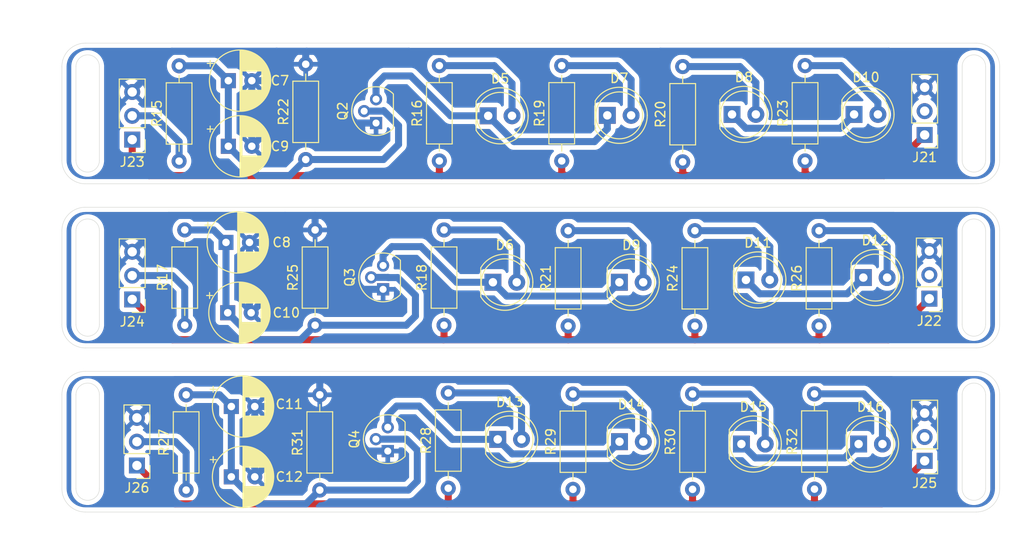
<source format=kicad_pcb>
(kicad_pcb (version 20241229) (generator "pcbnew") (generator_version "9.0")
  (layers (0 "F.Cu" signal) (2 "B.Cu" signal) (13 "F.Paste" user) (15 "B.Paste" user) (5 "F.SilkS" user "F.Silkscreen") (7 "B.SilkS" user "B.Silkscreen") (1 "F.Mask" user) (3 "B.Mask" user) (25 "Edge.Cuts" user))
  (net 0 "")
  (net 1 "Net-(Q2-B)")
  (net 2 "GND1")
  (net 3 "GND2")
  (net 4 "Net-(Q3-B)")
  (net 5 "GND3")
  (net 6 "Net-(Q4-B)")
  (net 7 "Net-(D5-A)")
  (net 8 "Net-(D10-K)")
  (net 9 "Net-(D11-K)")
  (net 10 "Net-(D6-A)")
  (net 11 "Net-(D7-A)")
  (net 12 "Net-(D8-A)")
  (net 13 "Net-(D9-A)")
  (net 14 "Net-(D10-A)")
  (net 15 "Net-(D11-A)")
  (net 16 "Net-(D12-A)")
  (net 17 "Net-(D13-K)")
  (net 18 "Net-(D13-A)")
  (net 19 "Net-(D14-A)")
  (net 20 "Net-(D15-A)")
  (net 21 "Net-(D16-A)")
  (net 22 "VCC")
  (net 23 "Net-(J21-Pin_2)")
  (net 24 "Net-(J22-Pin_1)")
  (net 25 "Net-(J22-Pin_2)")
  (net 26 "Net-(J25-Pin_2)")
  (net 27 "Net-(J25-Pin_1)")
  (footprint "LED_THT:LED_D5.0mm" (layer "F.Cu") (at 122.46 67.75)
    (property "Reference" "D15" (at 1.27 -3.96 0) (layer "F.SilkS"))
    (property "Value" "D")
    (pad "1" thru_hole rect (at 0 0) (size 1.8 1.8) (drill 0.9) (layers "*.Cu" "*.Mask") (net 17 "Net-(D13-K)"))
    (pad "2" thru_hole circle (at 2.54 0) (size 1.8 1.8) (drill 0.9) (layers "*.Cu" "*.Mask") (net 20 "Net-(D15-A)"))
  )
  (footprint "Package_TO_SOT_THT:TO-92" (layer "F.Cu") (at 83.5 33.52 90)
    (property "Reference" "Q2" (at 1.27 -3.56 90) (layer "F.SilkS"))
    (property "Value" "2n2222A")
    (pad "1" thru_hole rect (at 0 0 90) (size 1.3 1.3) (drill 0.75) (layers "*.Cu" "*.Mask") (net 2 "GND1"))
    (pad "2" thru_hole circle (at 1.27 -1.27 90) (size 1.3 1.3) (drill 0.75) (layers "*.Cu" "*.Mask") (net 1 "Net-(Q2-B)"))
    (pad "3" thru_hole circle (at 2.54 0 90) (size 1.3 1.3) (drill 0.75) (layers "*.Cu" "*.Mask") (net 8 "Net-(D10-K)"))
  )
  (footprint "Resistor_THT:R_Axial_DIN0207_L6.3mm_D2.5mm_P10.16mm_Horizontal" (layer "F.Cu") (at 62.5 37.58 90)
    (property "Reference" "R15" (at 5.08 -2.37 90) (layer "F.SilkS"))
    (property "Value" "47k")
    (pad "1" thru_hole circle (at 0 0 90) (size 1.6 1.6) (drill 0.8) (layers "*.Cu" "*.Mask") (net 23 "Net-(J21-Pin_2)"))
    (pad "2" thru_hole oval (at 10.16 0 90) (size 1.6 1.6) (drill 0.8) (layers "*.Cu" "*.Mask") (net 1 "Net-(Q2-B)"))
  )
  (footprint "LED_THT:LED_D5.0mm" (layer "F.Cu") (at 109.46 67.5)
    (property "Reference" "D14" (at 1.27 -3.96 0) (layer "F.SilkS"))
    (property "Value" "D")
    (pad "1" thru_hole rect (at 0 0) (size 1.8 1.8) (drill 0.9) (layers "*.Cu" "*.Mask") (net 17 "Net-(D13-K)"))
    (pad "2" thru_hole circle (at 2.54 0) (size 1.8 1.8) (drill 0.9) (layers "*.Cu" "*.Mask") (net 19 "Net-(D14-A)"))
  )
  (footprint "Resistor_THT:R_Axial_DIN0207_L6.3mm_D2.5mm_P10.16mm_Horizontal" (layer "F.Cu") (at 77 55.08 90)
    (property "Reference" "R25" (at 5.08 -2.37 90) (layer "F.SilkS"))
    (property "Value" "47k")
    (pad "1" thru_hole circle (at 0 0 90) (size 1.6 1.6) (drill 0.8) (layers "*.Cu" "*.Mask") (net 4 "Net-(Q3-B)"))
    (pad "2" thru_hole oval (at 10.16 0 90) (size 1.6 1.6) (drill 0.8) (layers "*.Cu" "*.Mask") (net 3 "GND2"))
  )
  (footprint "Resistor_THT:R_Axial_DIN0207_L6.3mm_D2.5mm_P10.16mm_Horizontal" (layer "F.Cu") (at 104.5 72.58 90)
    (property "Reference" "R29" (at 5.08 -2.37 90) (layer "F.SilkS"))
    (property "Value" "1k")
    (pad "1" thru_hole circle (at 0 0 90) (size 1.6 1.6) (drill 0.8) (layers "*.Cu" "*.Mask") (net 27 "Net-(J25-Pin_1)"))
    (pad "2" thru_hole oval (at 10.16 0 90) (size 1.6 1.6) (drill 0.8) (layers "*.Cu" "*.Mask") (net 19 "Net-(D14-A)"))
  )
  (footprint "LED_THT:LED_D5.0mm" (layer "F.Cu") (at 134.96 67.75)
    (property "Reference" "D16" (at 1.27 -3.96 0) (layer "F.SilkS"))
    (property "Value" "D")
    (pad "1" thru_hole rect (at 0 0) (size 1.8 1.8) (drill 0.9) (layers "*.Cu" "*.Mask") (net 17 "Net-(D13-K)"))
    (pad "2" thru_hole circle (at 2.54 0) (size 1.8 1.8) (drill 0.9) (layers "*.Cu" "*.Mask") (net 21 "Net-(D16-A)"))
  )
  (footprint "Capacitor_THT:CP_Radial_D6.3mm_P2.50mm" (layer "F.Cu") (at 68.067621 63.75)
    (property "Reference" "C11" (at 6.182379 -0.25 0) (layer "F.SilkS"))
    (property "Value" "220uF")
    (pad "1" thru_hole rect (at 0 0) (size 1.6 1.6) (drill 0.8) (layers "*.Cu" "*.Mask") (net 6 "Net-(Q4-B)"))
    (pad "2" thru_hole circle (at 2.5 0) (size 1.6 1.6) (drill 0.8) (layers "*.Cu" "*.Mask") (net 5 "GND3"))
  )
  (footprint "LED_THT:LED_D5.0mm" (layer "F.Cu") (at 96.475 67.25)
    (property "Reference" "D13" (at 1.27 -3.96 0) (layer "F.SilkS"))
    (property "Value" "D")
    (pad "1" thru_hole rect (at 0 0) (size 1.8 1.8) (drill 0.9) (layers "*.Cu" "*.Mask") (net 17 "Net-(D13-K)"))
    (pad "2" thru_hole circle (at 2.54 0) (size 1.8 1.8) (drill 0.9) (layers "*.Cu" "*.Mask") (net 18 "Net-(D13-A)"))
  )
  (footprint "Package_TO_SOT_THT:TO-92" (layer "F.Cu") (at 84.75 68.5 90)
    (property "Reference" "Q4" (at 1.27 -3.56 90) (layer "F.SilkS"))
    (property "Value" "2n2222A")
    (pad "1" thru_hole rect (at 0 0 90) (size 1.3 1.3) (drill 0.75) (layers "*.Cu" "*.Mask") (net 5 "GND3"))
    (pad "2" thru_hole circle (at 1.27 -1.27 90) (size 1.3 1.3) (drill 0.75) (layers "*.Cu" "*.Mask") (net 6 "Net-(Q4-B)"))
    (pad "3" thru_hole circle (at 2.54 0 90) (size 1.3 1.3) (drill 0.75) (layers "*.Cu" "*.Mask") (net 17 "Net-(D13-K)"))
  )
  (footprint "LED_THT:LED_D5.0mm" (layer "F.Cu") (at 134.475 32.6)
    (property "Reference" "D10" (at 1.27 -3.96 0) (layer "F.SilkS"))
    (property "Value" "D")
    (pad "1" thru_hole rect (at 0 0) (size 1.8 1.8) (drill 0.9) (layers "*.Cu" "*.Mask") (net 8 "Net-(D10-K)"))
    (pad "2" thru_hole circle (at 2.54 0) (size 1.8 1.8) (drill 0.9) (layers "*.Cu" "*.Mask") (net 14 "Net-(D10-A)"))
  )
  (footprint "Resistor_THT:R_Axial_DIN0207_L6.3mm_D2.5mm_P10.16mm_Horizontal" (layer "F.Cu") (at 130.735 55.16 90)
    (property "Reference" "R26" (at 5.08 -2.37 90) (layer "F.SilkS"))
    (property "Value" "1k")
    (pad "1" thru_hole circle (at 0 0 90) (size 1.6 1.6) (drill 0.8) (layers "*.Cu" "*.Mask") (net 24 "Net-(J22-Pin_1)"))
    (pad "2" thru_hole oval (at 10.16 0 90) (size 1.6 1.6) (drill 0.8) (layers "*.Cu" "*.Mask") (net 16 "Net-(D12-A)"))
  )
  (footprint "Connector_PinHeader_2.54mm:PinHeader_1x03_P2.54mm_Vertical" (layer "F.Cu") (at 142.5 52.25 180)
    (property "Reference" "J22" (at 0 -2.38 0) (layer "F.SilkS"))
    (property "Value" "Modulo 2")
    (pad "1" thru_hole rect (at 0 0 180) (size 1.7 1.7) (drill 1) (layers "*.Cu" "*.Mask") (net 24 "Net-(J22-Pin_1)"))
    (pad "2" thru_hole circle (at 0 2.54 180) (size 1.7 1.7) (drill 1) (layers "*.Cu" "*.Mask") (net 25 "Net-(J22-Pin_2)"))
    (pad "3" thru_hole circle (at 0 5.08 180) (size 1.7 1.7) (drill 1) (layers "*.Cu" "*.Mask") (net 3 "GND2"))
  )
  (footprint "Resistor_THT:R_Axial_DIN0207_L6.3mm_D2.5mm_P10.16mm_Horizontal" (layer "F.Cu") (at 76 37.41 90)
    (property "Reference" "R22" (at 5.08 -2.37 90) (layer "F.SilkS"))
    (property "Value" "47k")
    (pad "1" thru_hole circle (at 0 0 90) (size 1.6 1.6) (drill 0.8) (layers "*.Cu" "*.Mask") (net 1 "Net-(Q2-B)"))
    (pad "2" thru_hole oval (at 10.16 0 90) (size 1.6 1.6) (drill 0.8) (layers "*.Cu" "*.Mask") (net 2 "GND1"))
  )
  (footprint "LED_THT:LED_D5.0mm" (layer "F.Cu") (at 108.16 32.7)
    (property "Reference" "D7" (at 1.27 -3.96 0) (layer "F.SilkS"))
    (property "Value" "D")
    (pad "1" thru_hole rect (at 0 0) (size 1.8 1.8) (drill 0.9) (layers "*.Cu" "*.Mask") (net 8 "Net-(D10-K)"))
    (pad "2" thru_hole circle (at 2.54 0) (size 1.8 1.8) (drill 0.9) (layers "*.Cu" "*.Mask") (net 11 "Net-(D7-A)"))
  )
  (footprint "LED_THT:LED_D5.0mm" (layer "F.Cu") (at 109.445 50.5)
    (property "Reference" "D9" (at 1.27 -3.96 0) (layer "F.SilkS"))
    (property "Value" "D")
    (pad "1" thru_hole rect (at 0 0) (size 1.8 1.8) (drill 0.9) (layers "*.Cu" "*.Mask") (net 9 "Net-(D11-K)"))
    (pad "2" thru_hole circle (at 2.54 0) (size 1.8 1.8) (drill 0.9) (layers "*.Cu" "*.Mask") (net 13 "Net-(D9-A)"))
  )
  (footprint "Resistor_THT:R_Axial_DIN0207_L6.3mm_D2.5mm_P10.16mm_Horizontal" (layer "F.Cu") (at 129.25 37.56 90)
    (property "Reference" "R23" (at 5.08 -2.37 90) (layer "F.SilkS"))
    (property "Value" "1k")
    (pad "1" thru_hole circle (at 0 0 90) (size 1.6 1.6) (drill 0.8) (layers "*.Cu" "*.Mask") (net 22 "VCC"))
    (pad "2" thru_hole oval (at 10.16 0 90) (size 1.6 1.6) (drill 0.8) (layers "*.Cu" "*.Mask") (net 14 "Net-(D10-A)"))
  )
  (footprint "Connector_PinHeader_2.54mm:PinHeader_1x03_P2.54mm_Vertical" (layer "F.Cu") (at 58 70.04 180)
    (property "Reference" "J26" (at 0 -2.38 0) (layer "F.SilkS"))
    (property "Value" "Modulo 3")
    (pad "1" thru_hole rect (at 0 0 180) (size 1.7 1.7) (drill 1) (layers "*.Cu" "*.Mask") (net 27 "Net-(J25-Pin_1)"))
    (pad "2" thru_hole circle (at 0 2.54 180) (size 1.7 1.7) (drill 1) (layers "*.Cu" "*.Mask") (net 26 "Net-(J25-Pin_2)"))
    (pad "3" thru_hole circle (at 0 5.08 180) (size 1.7 1.7) (drill 1) (layers "*.Cu" "*.Mask") (net 5 "GND3"))
  )
  (footprint "Connector_PinHeader_2.54mm:PinHeader_1x03_P2.54mm_Vertical" (layer "F.Cu") (at 142 34.79 180)
    (property "Reference" "J21" (at 0 -2.38 0) (layer "F.SilkS"))
    (property "Value" "Modulo 1")
    (pad "1" thru_hole rect (at 0 0 180) (size 1.7 1.7) (drill 1) (layers "*.Cu" "*.Mask") (net 22 "VCC"))
    (pad "2" thru_hole circle (at 0 2.54 180) (size 1.7 1.7) (drill 1) (layers "*.Cu" "*.Mask") (net 23 "Net-(J21-Pin_2)"))
    (pad "3" thru_hole circle (at 0 5.08 180) (size 1.7 1.7) (drill 1) (layers "*.Cu" "*.Mask") (net 2 "GND1"))
  )
  (footprint "Resistor_THT:R_Axial_DIN0207_L6.3mm_D2.5mm_P10.16mm_Horizontal" (layer "F.Cu") (at 117.5 55.16 90)
    (property "Reference" "R24" (at 5.08 -2.37 90) (layer "F.SilkS"))
    (property "Value" "1k")
    (pad "1" thru_hole circle (at 0 0 90) (size 1.6 1.6) (drill 0.8) (layers "*.Cu" "*.Mask") (net 24 "Net-(J22-Pin_1)"))
    (pad "2" thru_hole oval (at 10.16 0 90) (size 1.6 1.6) (drill 0.8) (layers "*.Cu" "*.Mask") (net 15 "Net-(D11-A)"))
  )
  (footprint "LED_THT:LED_D5.0mm" (layer "F.Cu") (at 121.46 32.6)
    (property "Reference" "D8" (at 1.27 -3.96 0) (layer "F.SilkS"))
    (property "Value" "D")
    (pad "1" thru_hole rect (at 0 0) (size 1.8 1.8) (drill 0.9) (layers "*.Cu" "*.Mask") (net 8 "Net-(D10-K)"))
    (pad "2" thru_hole circle (at 2.54 0) (size 1.8 1.8) (drill 0.9) (layers "*.Cu" "*.Mask") (net 12 "Net-(D8-A)"))
  )
  (footprint "Capacitor_THT:CP_Radial_D6.3mm_P2.50mm" (layer "F.Cu") (at 67.682379 53.75)
    (property "Reference" "C10" (at 6.25 0 0) (layer "F.SilkS"))
    (property "Value" "220uF")
    (pad "1" thru_hole rect (at 0 0) (size 1.6 1.6) (drill 0.8) (layers "*.Cu" "*.Mask") (net 4 "Net-(Q3-B)"))
    (pad "2" thru_hole circle (at 2.5 0) (size 1.6 1.6) (drill 0.8) (layers "*.Cu" "*.Mask") (net 3 "GND2"))
  )
  (footprint "Connector_PinHeader_2.54mm:PinHeader_1x03_P2.54mm_Vertical" (layer "F.Cu") (at 57.5 35.29 180)
    (property "Reference" "J23" (at 0 -2.38 0) (layer "F.SilkS"))
    (property "Value" "Modulo 1")
    (pad "1" thru_hole rect (at 0 0 180) (size 1.7 1.7) (drill 1) (layers "*.Cu" "*.Mask") (net 22 "VCC"))
    (pad "2" thru_hole circle (at 0 2.54 180) (size 1.7 1.7) (drill 1) (layers "*.Cu" "*.Mask") (net 23 "Net-(J21-Pin_2)"))
    (pad "3" thru_hole circle (at 0 5.08 180) (size 1.7 1.7) (drill 1) (layers "*.Cu" "*.Mask") (net 2 "GND1"))
  )
  (footprint "Resistor_THT:R_Axial_DIN0207_L6.3mm_D2.5mm_P10.16mm_Horizontal" (layer "F.Cu") (at 90.25 37.56 90)
    (property "Reference" "R16" (at 5.08 -2.37 90) (layer "F.SilkS"))
    (property "Value" "1k")
    (pad "1" thru_hole circle (at 0 0 90) (size 1.6 1.6) (drill 0.8) (layers "*.Cu" "*.Mask") (net 22 "VCC"))
    (pad "2" thru_hole oval (at 10.16 0 90) (size 1.6 1.6) (drill 0.8) (layers "*.Cu" "*.Mask") (net 7 "Net-(D5-A)"))
  )
  (footprint "Resistor_THT:R_Axial_DIN0207_L6.3mm_D2.5mm_P10.16mm_Horizontal" (layer "F.Cu") (at 103.985 55.16 90)
    (property "Reference" "R21" (at 5.08 -2.37 90) (layer "F.SilkS"))
    (property "Value" "1k")
    (pad "1" thru_hole circle (at 0 0 90) (size 1.6 1.6) (drill 0.8) (layers "*.Cu" "*.Mask") (net 24 "Net-(J22-Pin_1)"))
    (pad "2" thru_hole oval (at 10.16 0 90) (size 1.6 1.6) (drill 0.8) (layers "*.Cu" "*.Mask") (net 13 "Net-(D9-A)"))
  )
  (footprint "Resistor_THT:R_Axial_DIN0207_L6.3mm_D2.5mm_P10.16mm_Horizontal" (layer "F.Cu") (at 116.2 37.66 90)
    (property "Reference" "R20" (at 5.08 -2.37 90) (layer "F.SilkS"))
    (property "Value" "1k")
    (pad "1" thru_hole circle (at 0 0 90) (size 1.6 1.6) (drill 0.8) (layers "*.Cu" "*.Mask") (net 22 "VCC"))
    (pad "2" thru_hole oval (at 10.16 0 90) (size 1.6 1.6) (drill 0.8) (layers "*.Cu" "*.Mask") (net 12 "Net-(D8-A)"))
  )
  (footprint "Resistor_THT:R_Axial_DIN0207_L6.3mm_D2.5mm_P10.16mm_Horizontal" (layer "F.Cu") (at 117.25 72.58 90)
    (property "Reference" "R30" (at 5.08 -2.37 90) (layer "F.SilkS"))
    (property "Value" "1k")
    (pad "1" thru_hole circle (at 0 0 90) (size 1.6 1.6) (drill 0.8) (layers "*.Cu" "*.Mask") (net 27 "Net-(J25-Pin_1)"))
    (pad "2" thru_hole oval (at 10.16 0 90) (size 1.6 1.6) (drill 0.8) (layers "*.Cu" "*.Mask") (net 20 "Net-(D15-A)"))
  )
  (footprint "Capacitor_THT:CP_Radial_D6.3mm_P2.50mm" (layer "F.Cu") (at 68.067621 71.25)
    (property "Reference" "C12" (at 6.182379 0 0) (layer "F.SilkS"))
    (property "Value" "220uF")
    (pad "1" thru_hole rect (at 0 0) (size 1.6 1.6) (drill 0.8) (layers "*.Cu" "*.Mask") (net 6 "Net-(Q4-B)"))
    (pad "2" thru_hole circle (at 2.5 0) (size 1.6 1.6) (drill 0.8) (layers "*.Cu" "*.Mask") (net 5 "GND3"))
  )
  (footprint "LED_THT:LED_D5.0mm" (layer "F.Cu") (at 95.96 50.5)
    (property "Reference" "D6" (at 1.27 -3.96 0) (layer "F.SilkS"))
    (property "Value" "D")
    (pad "1" thru_hole rect (at 0 0) (size 1.8 1.8) (drill 0.9) (layers "*.Cu" "*.Mask") (net 9 "Net-(D11-K)"))
    (pad "2" thru_hole circle (at 2.54 0) (size 1.8 1.8) (drill 0.9) (layers "*.Cu" "*.Mask") (net 10 "Net-(D6-A)"))
  )
  (footprint "Resistor_THT:R_Axial_DIN0207_L6.3mm_D2.5mm_P10.16mm_Horizontal" (layer "F.Cu") (at 103.3 37.56 90)
    (property "Reference" "R19" (at 5.08 -2.37 90) (layer "F.SilkS"))
    (property "Value" "1k")
    (pad "1" thru_hole circle (at 0 0 90) (size 1.6 1.6) (drill 0.8) (layers "*.Cu" "*.Mask") (net 22 "VCC"))
    (pad "2" thru_hole oval (at 10.16 0 90) (size 1.6 1.6) (drill 0.8) (layers "*.Cu" "*.Mask") (net 11 "Net-(D7-A)"))
  )
  (footprint "Connector_PinHeader_2.54mm:PinHeader_1x03_P2.54mm_Vertical" (layer "F.Cu") (at 142 69.54 180)
    (property "Reference" "J25" (at 0 -2.38 0) (layer "F.SilkS"))
    (property "Value" "Modulo 3")
    (pad "1" thru_hole rect (at 0 0 180) (size 1.7 1.7) (drill 1) (layers "*.Cu" "*.Mask") (net 27 "Net-(J25-Pin_1)"))
    (pad "2" thru_hole circle (at 0 2.54 180) (size 1.7 1.7) (drill 1) (layers "*.Cu" "*.Mask") (net 26 "Net-(J25-Pin_2)"))
    (pad "3" thru_hole circle (at 0 5.08 180) (size 1.7 1.7) (drill 1) (layers "*.Cu" "*.Mask") (net 5 "GND3"))
  )
  (footprint "Connector_PinHeader_2.54mm:PinHeader_1x03_P2.54mm_Vertical" (layer "F.Cu") (at 57.5 52.33 180)
    (property "Reference" "J24" (at 0 -2.38 0) (layer "F.SilkS"))
    (property "Value" "Modulo 2")
    (pad "1" thru_hole rect (at 0 0 180) (size 1.7 1.7) (drill 1) (layers "*.Cu" "*.Mask") (net 24 "Net-(J22-Pin_1)"))
    (pad "2" thru_hole circle (at 0 2.54 180) (size 1.7 1.7) (drill 1) (layers "*.Cu" "*.Mask") (net 25 "Net-(J22-Pin_2)"))
    (pad "3" thru_hole circle (at 0 5.08 180) (size 1.7 1.7) (drill 1) (layers "*.Cu" "*.Mask") (net 3 "GND2"))
  )
  (footprint "Package_TO_SOT_THT:TO-92" (layer "F.Cu") (at 84.25 51.25 90)
    (property "Reference" "Q3" (at 1.27 -3.56 90) (layer "F.SilkS"))
    (property "Value" "2n2222A")
    (pad "1" thru_hole rect (at 0 0 90) (size 1.3 1.3) (drill 0.75) (layers "*.Cu" "*.Mask") (net 3 "GND2"))
    (pad "2" thru_hole circle (at 1.27 -1.27 90) (size 1.3 1.3) (drill 0.75) (layers "*.Cu" "*.Mask") (net 4 "Net-(Q3-B)"))
    (pad "3" thru_hole circle (at 2.54 0 90) (size 1.3 1.3) (drill 0.75) (layers "*.Cu" "*.Mask") (net 9 "Net-(D11-K)"))
  )
  (footprint "LED_THT:LED_D5.0mm" (layer "F.Cu") (at 122.945 50.25)
    (property "Reference" "D11" (at 1.27 -3.96 0) (layer "F.SilkS"))
    (property "Value" "D")
    (pad "1" thru_hole rect (at 0 0) (size 1.8 1.8) (drill 0.9) (layers "*.Cu" "*.Mask") (net 9 "Net-(D11-K)"))
    (pad "2" thru_hole circle (at 2.54 0) (size 1.8 1.8) (drill 0.9) (layers "*.Cu" "*.Mask") (net 15 "Net-(D11-A)"))
  )
  (footprint "Resistor_THT:R_Axial_DIN0207_L6.3mm_D2.5mm_P10.16mm_Horizontal" (layer "F.Cu") (at 63.1 55.08 90)
    (property "Reference" "R17" (at 5.08 -2.37 90) (layer "F.SilkS"))
    (property "Value" "47k")
    (pad "1" thru_hole circle (at 0 0 90) (size 1.6 1.6) (drill 0.8) (layers "*.Cu" "*.Mask") (net 25 "Net-(J22-Pin_2)"))
    (pad "2" thru_hole oval (at 10.16 0 90) (size 1.6 1.6) (drill 0.8) (layers "*.Cu" "*.Mask") (net 4 "Net-(Q3-B)"))
  )
  (footprint "Resistor_THT:R_Axial_DIN0207_L6.3mm_D2.5mm_P10.16mm_Horizontal" (layer "F.Cu") (at 91.2 72.46 90)
    (property "Reference" "R28" (at 5.08 -2.37 90) (layer "F.SilkS"))
    (property "Value" "1k")
    (pad "1" thru_hole circle (at 0 0 90) (size 1.6 1.6) (drill 0.8) (layers "*.Cu" "*.Mask") (net 27 "Net-(J25-Pin_1)"))
    (pad "2" thru_hole oval (at 10.16 0 90) (size 1.6 1.6) (drill 0.8) (layers "*.Cu" "*.Mask") (net 18 "Net-(D13-A)"))
  )
  (footprint "Capacitor_THT:CP_Radial_D6.3mm_P2.50mm" (layer "F.Cu") (at 67.75 36)
    (property "Reference" "C9" (at 5.5 0 0) (layer "F.SilkS"))
    (property "Value" "220uF")
    (pad "1" thru_hole rect (at 0 0) (size 1.6 1.6) (drill 0.8) (layers "*.Cu" "*.Mask") (net 1 "Net-(Q2-B)"))
    (pad "2" thru_hole circle (at 2.5 0) (size 1.6 1.6) (drill 0.8) (layers "*.Cu" "*.Mask") (net 2 "GND1"))
  )
  (footprint "Resistor_THT:R_Axial_DIN0207_L6.3mm_D2.5mm_P10.16mm_Horizontal" (layer "F.Cu") (at 90.75 55.08 90)
    (property "Reference" "R18" (at 5.08 -2.37 90) (layer "F.SilkS"))
    (property "Value" "1k")
    (pad "1" thru_hole circle (at 0 0 90) (size 1.6 1.6) (drill 0.8) (layers "*.Cu" "*.Mask") (net 24 "Net-(J22-Pin_1)"))
    (pad "2" thru_hole oval (at 10.16 0 90) (size 1.6 1.6) (drill 0.8) (layers "*.Cu" "*.Mask") (net 10 "Net-(D6-A)"))
  )
  (footprint "Resistor_THT:R_Axial_DIN0207_L6.3mm_D2.5mm_P10.16mm_Horizontal" (layer "F.Cu") (at 63.25 72.66 90)
    (property "Reference" "R27" (at 5.08 -2.37 90) (layer "F.SilkS"))
    (property "Value" "47k")
    (pad "1" thru_hole circle (at 0 0 90) (size 1.6 1.6) (drill 0.8) (layers "*.Cu" "*.Mask") (net 26 "Net-(J25-Pin_2)"))
    (pad "2" thru_hole oval (at 10.16 0 90) (size 1.6 1.6) (drill 0.8) (layers "*.Cu" "*.Mask") (net 6 "Net-(Q4-B)"))
  )
  (footprint "LED_THT:LED_D5.0mm" (layer "F.Cu") (at 135.46 50)
    (property "Reference" "D12" (at 1.27 -3.96 0) (layer "F.SilkS"))
    (property "Value" "D")
    (pad "1" thru_hole rect (at 0 0) (size 1.8 1.8) (drill 0.9) (layers "*.Cu" "*.Mask") (net 9 "Net-(D11-K)"))
    (pad "2" thru_hole circle (at 2.54 0) (size 1.8 1.8) (drill 0.9) (layers "*.Cu" "*.Mask") (net 16 "Net-(D12-A)"))
  )
  (footprint "Capacitor_THT:CP_Radial_D6.3mm_P2.50mm" (layer "F.Cu") (at 67.75 29)
    (property "Reference" "C7" (at 5.5 0 0) (layer "F.SilkS"))
    (property "Value" "220uF")
    (pad "1" thru_hole rect (at 0 0) (size 1.6 1.6) (drill 0.8) (layers "*.Cu" "*.Mask") (net 1 "Net-(Q2-B)"))
    (pad "2" thru_hole circle (at 2.5 0) (size 1.6 1.6) (drill 0.8) (layers "*.Cu" "*.Mask") (net 2 "GND1"))
  )
  (footprint "Resistor_THT:R_Axial_DIN0207_L6.3mm_D2.5mm_P10.16mm_Horizontal" (layer "F.Cu") (at 77.5 72.66 90)
    (property "Reference" "R31" (at 5.08 -2.37 90) (layer "F.SilkS"))
    (property "Value" "47k")
    (pad "1" thru_hole circle (at 0 0 90) (size 1.6 1.6) (drill 0.8) (layers "*.Cu" "*.Mask") (net 6 "Net-(Q4-B)"))
    (pad "2" thru_hole oval (at 10.16 0 90) (size 1.6 1.6) (drill 0.8) (layers "*.Cu" "*.Mask") (net 5 "GND3"))
  )
  (footprint "LED_THT:LED_D5.0mm" (layer "F.Cu") (at 95.46 32.75)
    (property "Reference" "D5" (at 1.27 -3.96 0) (layer "F.SilkS"))
    (property "Value" "D")
    (pad "1" thru_hole rect (at 0 0) (size 1.8 1.8) (drill 0.9) (layers "*.Cu" "*.Mask") (net 8 "Net-(D10-K)"))
    (pad "2" thru_hole circle (at 2.54 0) (size 1.8 1.8) (drill 0.9) (layers "*.Cu" "*.Mask") (net 7 "Net-(D5-A)"))
  )
  (footprint "Resistor_THT:R_Axial_DIN0207_L6.3mm_D2.5mm_P10.16mm_Horizontal" (layer "F.Cu") (at 130.25 72.56 90)
    (property "Reference" "R32" (at 5.08 -2.37 90) (layer "F.SilkS"))
    (property "Value" "1k")
    (pad "1" thru_hole circle (at 0 0 90) (size 1.6 1.6) (drill 0.8) (layers "*.Cu" "*.Mask") (net 27 "Net-(J25-Pin_1)"))
    (pad "2" thru_hole oval (at 10.16 0 90) (size 1.6 1.6) (drill 0.8) (layers "*.Cu" "*.Mask") (net 21 "Net-(D16-A)"))
  )
  (footprint "Capacitor_THT:CP_Radial_D6.3mm_P2.50mm" (layer "F.Cu") (at 67.5 46.25)
    (property "Reference" "C8" (at 5.932379 0 0) (layer "F.SilkS"))
    (property "Value" "220uF")
    (pad "1" thru_hole rect (at 0 0) (size 1.6 1.6) (drill 0.8) (layers "*.Cu" "*.Mask") (net 4 "Net-(Q3-B)"))
    (pad "2" thru_hole circle (at 2.5 0) (size 1.6 1.6) (drill 0.8) (layers "*.Cu" "*.Mask") (net 3 "GND2"))
  )
  (gr_line (start 147.5 40) (end 52.5 40) (stroke (width 0.05)) (layer "Edge.Cuts"))
  (gr_arc (start 146 45) (mid 147.25 43.75) (end 148.5 45) (stroke (width 0.05)) (layer "Edge.Cuts"))
  (gr_arc (start 147.5 60) (mid 149.267767 60.732233) (end 150 62.5) (stroke (width 0.05)) (layer "Edge.Cuts"))
  (gr_arc (start 50 62.5) (mid 50.732233 60.732233) (end 52.5 60) (stroke (width 0.05)) (layer "Edge.Cuts"))
  (gr_arc (start 50 27.5) (mid 50.732233 25.732233) (end 52.5 25) (stroke (width 0.05)) (layer "Edge.Cuts"))
  (gr_line (start 52.5 25) (end 147.5 25) (stroke (width 0.05)) (layer "Edge.Cuts"))
  (gr_arc (start 150 72.5) (mid 149.267767 74.267767) (end 147.5 75) (stroke (width 0.05)) (layer "Edge.Cuts"))
  (gr_arc (start 150 55) (mid 149.267767 56.767767) (end 147.5 57.5) (stroke (width 0.05)) (layer "Edge.Cuts"))
  (gr_arc (start 148.5 72.5) (mid 147.25 73.75) (end 146 72.5) (stroke (width 0.05)) (layer "Edge.Cuts"))
  (gr_arc (start 54 37.5) (mid 52.75 38.75) (end 51.5 37.5) (stroke (width 0.05)) (layer "Edge.Cuts"))
  (gr_arc (start 146 27.5) (mid 147.25 26.25) (end 148.5 27.5) (stroke (width 0.05)) (layer "Edge.Cuts"))
  (gr_line (start 150 27.5) (end 150 37.5) (stroke (width 0.05)) (layer "Edge.Cuts"))
  (gr_arc (start 52.5 40) (mid 50.732233 39.267767) (end 50 37.5) (stroke (width 0.05)) (layer "Edge.Cuts"))
  (gr_line (start 148.5 72.5) (end 148.5 62.5) (stroke (width 0.05)) (layer "Edge.Cuts"))
  (gr_arc (start 52.5 57.5) (mid 50.732233 56.767767) (end 50 55) (stroke (width 0.05)) (layer "Edge.Cuts"))
  (gr_line (start 51.5 45) (end 51.5 55) (stroke (width 0.05)) (layer "Edge.Cuts"))
  (gr_arc (start 51.5 27.5) (mid 52.75 26.25) (end 54 27.5) (stroke (width 0.05)) (layer "Edge.Cuts"))
  (gr_line (start 54 37.5) (end 54 27.5) (stroke (width 0.05)) (layer "Edge.Cuts"))
  (gr_line (start 146 62.5) (end 146 72.5) (stroke (width 0.05)) (layer "Edge.Cuts"))
  (gr_arc (start 148.5 55) (mid 147.25 56.25) (end 146 55) (stroke (width 0.05)) (layer "Edge.Cuts"))
  (gr_arc (start 147.5 42.5) (mid 149.267767 43.232233) (end 150 45) (stroke (width 0.05)) (layer "Edge.Cuts"))
  (gr_arc (start 52.5 75) (mid 50.732233 74.267767) (end 50 72.5) (stroke (width 0.05)) (layer "Edge.Cuts"))
  (gr_arc (start 146 62.5) (mid 147.25 61.25) (end 148.5 62.5) (stroke (width 0.05)) (layer "Edge.Cuts"))
  (gr_line (start 147.5 75) (end 52.5 75) (stroke (width 0.05)) (layer "Edge.Cuts"))
  (gr_line (start 147.5 57.5) (end 52.5 57.5) (stroke (width 0.05)) (layer "Edge.Cuts"))
  (gr_line (start 51.5 62.5) (end 51.5 72.5) (stroke (width 0.05)) (layer "Edge.Cuts"))
  (gr_line (start 146 27.5) (end 146 37.5) (stroke (width 0.05)) (layer "Edge.Cuts"))
  (gr_line (start 146 45) (end 146 55) (stroke (width 0.05)) (layer "Edge.Cuts"))
  (gr_line (start 148.5 55) (end 148.5 45) (stroke (width 0.05)) (layer "Edge.Cuts"))
  (gr_arc (start 51.5 45) (mid 52.75 43.75) (end 54 45) (stroke (width 0.05)) (layer "Edge.Cuts"))
  (gr_arc (start 150 37.5) (mid 149.267767 39.267767) (end 147.5 40) (stroke (width 0.05)) (layer "Edge.Cuts"))
  (gr_arc (start 54 72.5) (mid 52.75 73.75) (end 51.5 72.5) (stroke (width 0.05)) (layer "Edge.Cuts"))
  (gr_line (start 148.5 37.5) (end 148.5 27.5) (stroke (width 0.05)) (layer "Edge.Cuts"))
  (gr_line (start 52.5 42.5) (end 147.5 42.5) (stroke (width 0.05)) (layer "Edge.Cuts"))
  (gr_line (start 52.5 60) (end 147.5 60) (stroke (width 0.05)) (layer "Edge.Cuts"))
  (gr_line (start 50 55) (end 50 45) (stroke (width 0.05)) (layer "Edge.Cuts"))
  (gr_arc (start 148.5 37.5) (mid 147.25 38.75) (end 146 37.5) (stroke (width 0.05)) (layer "Edge.Cuts"))
  (gr_arc (start 147.5 25) (mid 149.267767 25.732233) (end 150 27.5) (stroke (width 0.05)) (layer "Edge.Cuts"))
  (gr_arc (start 50 45) (mid 50.732233 43.232233) (end 52.5 42.5) (stroke (width 0.05)) (layer "Edge.Cuts"))
  (gr_line (start 51.5 27.5) (end 51.5 37.5) (stroke (width 0.05)) (layer "Edge.Cuts"))
  (gr_line (start 150 45) (end 150 55) (stroke (width 0.05)) (layer "Edge.Cuts"))
  (gr_line (start 50 72.5) (end 50 62.5) (stroke (width 0.05)) (layer "Edge.Cuts"))
  (gr_arc (start 51.5 62.5) (mid 52.75 61.25) (end 54 62.5) (stroke (width 0.05)) (layer "Edge.Cuts"))
  (gr_line (start 54 55) (end 54 45) (stroke (width 0.05)) (layer "Edge.Cuts"))
  (gr_line (start 150 62.5) (end 150 72.5) (stroke (width 0.05)) (layer "Edge.Cuts"))
  (gr_line (start 50 37.5) (end 50 27.5) (stroke (width 0.05)) (layer "Edge.Cuts"))
  (gr_arc (start 54 55) (mid 52.75 56.25) (end 51.5 55) (stroke (width 0.05)) (layer "Edge.Cuts"))
  (gr_line (start 54 72.5) (end 54 62.5) (stroke (width 0.05)) (layer "Edge.Cuts"))
  (segment (start 74.286 39.124) (end 70.874 39.124) (width 0.75) (layer "B.Cu") (net 1))
  (segment (start 66.17 27.42) (end 67.75 29) (width 0.75) (layer "B.Cu") (net 1))
  (segment (start 82.23 32.25) (end 84.25 32.25) (width 0.75) (layer "B.Cu") (net 1))
  (segment (start 84.25 32.25) (end 84.3 32.2) (width 0.75) (layer "B.Cu") (net 1))
  (segment (start 76 37.41) (end 74.286 39.124) (width 0.75) (layer "B.Cu") (net 1))
  (segment (start 85.9 35.8) (end 84.29 37.41) (width 0.75) (layer "B.Cu") (net 1))
  (segment (start 85.9 33.8) (end 85.9 35.8) (width 0.75) (layer "B.Cu") (net 1))
  (segment (start 84.29 37.41) (end 76 37.41) (width 0.75) (layer "B.Cu") (net 1))
  (segment (start 84.3 32.2) (end 85.9 33.8) (width 0.75) (layer "B.Cu") (net 1))
  (segment (start 67.75 29) (end 67.75 36) (width 0.75) (layer "B.Cu") (net 1))
  (segment (start 70.874 39.124) (end 67.75 36) (width 0.75) (layer "B.Cu") (net 1))
  (segment (start 62.5 27.42) (end 66.17 27.42) (width 0.75) (layer "B.Cu") (net 1))
  (segment (start 72.9 28.4) (end 72.9 25.876) (width 0.75) (layer "B.Cu") (net 2))
  (segment (start 83.5 33.52) (end 72.73 33.52) (width 0.75) (layer "B.Cu") (net 2))
  (segment (start 70.25 36) (end 70.25 29) (width 0.75) (layer "B.Cu") (net 2))
  (segment (start 138.166 25.876) (end 142 29.71) (width 0.75) (layer "B.Cu") (net 2))
  (segment (start 72.3 29) (end 72.9 28.4) (width 0.75) (layer "B.Cu") (net 2))
  (segment (start 113.8 25.9) (end 113.824 25.876) (width 0.75) (layer "B.Cu") (net 2))
  (segment (start 57.5 30.21) (end 57.5 30.1) (width 0.75) (layer "B.Cu") (net 2))
  (segment (start 87.024 25.9) (end 113.8 25.9) (width 0.75) (layer "B.Cu") (net 2))
  (segment (start 61.724 25.876) (end 72.9 25.876) (width 0.75) (layer "B.Cu") (net 2))
  (segment (start 76 27.25) (end 76 25.976) (width 0.75) (layer "B.Cu") (net 2))
  (segment (start 113.824 25.876) (end 138.166 25.876) (width 0.75) (layer "B.Cu") (net 2))
  (segment (start 76.1 25.876) (end 87 25.876) (width 0.75) (layer "B.Cu") (net 2))
  (segment (start 70.25 29) (end 72.3 29) (width 0.75) (layer "B.Cu") (net 2))
  (segment (start 76 25.976) (end 76.1 25.876) (width 0.75) (layer "B.Cu") (net 2))
  (segment (start 72.9 25.876) (end 76.1 25.876) (width 0.75) (layer "B.Cu") (net 2))
  (segment (start 87 25.876) (end 87.024 25.9) (width 0.75) (layer "B.Cu") (net 2))
  (segment (start 72.73 33.52) (end 70.25 36) (width 0.75) (layer "B.Cu") (net 2))
  (segment (start 57.5 30.1) (end 61.724 25.876) (width 0.75) (layer "B.Cu") (net 2))
  (segment (start 138.706 43.376) (end 142.5 47.17) (width 0.75) (layer "B.Cu") (net 3))
  (segment (start 72.95 46.25) (end 73.7 45.5) (width 0.75) (layer "B.Cu") (net 3))
  (segment (start 57.5 47.25) (end 61.374 43.376) (width 0.75) (layer "B.Cu") (net 3))
  (segment (start 70 53.567621) (end 70.182379 53.75) (width 0.75) (layer "B.Cu") (net 3))
  (segment (start 77 43.376) (end 138.706 43.376) (width 0.75) (layer "B.Cu") (net 3))
  (segment (start 70 46.25) (end 70 53.567621) (width 0.75) (layer "B.Cu") (net 3))
  (segment (start 73.8 43.376) (end 77 43.376) (width 0.75) (layer "B.Cu") (net 3))
  (segment (start 77 44.92) (end 77 43.376) (width 0.75) (layer "B.Cu") (net 3))
  (segment (start 84.25 51.25) (end 72.682379 51.25) (width 0.75) (layer "B.Cu") (net 3))
  (segment (start 73.7 45.5) (end 73.7 43.476) (width 0.75) (layer "B.Cu") (net 3))
  (segment (start 72.682379 51.25) (end 70.182379 53.75) (width 0.75) (layer "B.Cu") (net 3))
  (segment (start 73.7 43.476) (end 73.8 43.376) (width 0.75) (layer "B.Cu") (net 3))
  (segment (start 70 46.25) (end 72.95 46.25) (width 0.75) (layer "B.Cu") (net 3))
  (segment (start 61.374 43.376) (end 73.8 43.376) (width 0.75) (layer "B.Cu") (net 3))
  (segment (start 67.5 53.567621) (end 67.682379 53.75) (width 0.75) (layer "B.Cu") (net 4))
  (segment (start 75.456 56.624) (end 70.556379 56.624) (width 0.75) (layer "B.Cu") (net 4))
  (segment (start 77 55.08) (end 75.456 56.624) (width 0.75) (layer "B.Cu") (net 4))
  (segment (start 86.72 55.08) (end 77 55.08) (width 0.75) (layer "B.Cu") (net 4))
  (segment (start 63.1 44.92) (end 66.17 44.92) (width 0.75) (layer "B.Cu") (net 4))
  (segment (start 66.17 44.92) (end 67.5 46.25) (width 0.75) (layer "B.Cu") (net 4))
  (segment (start 87.7 51.9) (end 87.7 54.1) (width 0.75) (layer "B.Cu") (net 4))
  (segment (start 84.8 50) (end 85.8 50) (width 0.75) (layer "B.Cu") (net 4))
  (segment (start 82.98 49.98) (end 84.78 49.98) (width 0.75) (layer "B.Cu") (net 4))
  (segment (start 70.556379 56.624) (end 67.682379 53.75) (width 0.75) (layer "B.Cu") (net 4))
  (segment (start 67.5 46.25) (end 67.5 53.567621) (width 0.75) (layer "B.Cu") (net 4))
  (segment (start 87.7 54.1) (end 86.72 55.08) (width 0.75) (layer "B.Cu") (net 4))
  (segment (start 84.78 49.98) (end 84.8 50) (width 0.75) (layer "B.Cu") (net 4))
  (segment (start 85.8 50) (end 87.7 51.9) (width 0.75) (layer "B.Cu") (net 4))
  (segment (start 84.75 68.5) (end 73.317621 68.5) (width 0.75) (layer "B.Cu") (net 5))
  (segment (start 72.95 63.75) (end 74 62.7) (width 0.75) (layer "B.Cu") (net 5))
  (segment (start 74.3 60.876) (end 77.5 60.876) (width 0.75) (layer "B.Cu") (net 5))
  (segment (start 73.317621 68.5) (end 70.567621 71.25) (width 0.75) (layer "B.Cu") (net 5))
  (segment (start 77.5 60.876) (end 138.416 60.876) (width 0.75) (layer "B.Cu") (net 5))
  (segment (start 74 62.7) (end 74 61.176) (width 0.75) (layer "B.Cu") (net 5))
  (segment (start 77.5 62.5) (end 77.5 60.876) (width 0.75) (layer "B.Cu") (net 5))
  (segment (start 70.567621 71.25) (end 70.567621 63.75) (width 0.75) (layer "B.Cu") (net 5))
  (segment (start 138.416 60.876) (end 142 64.46) (width 0.75) (layer "B.Cu") (net 5))
  (segment (start 58 64.96) (end 62.084 60.876) (width 0.75) (layer "B.Cu") (net 5))
  (segment (start 70.567621 63.75) (end 72.95 63.75) (width 0.75) (layer "B.Cu") (net 5))
  (segment (start 74 61.176) (end 74.3 60.876) (width 0.75) (layer "B.Cu") (net 5))
  (segment (start 62.084 60.876) (end 74.3 60.876) (width 0.75) (layer "B.Cu") (net 5))
  (segment (start 68.067621 63.75) (end 68.067621 71.25) (width 0.75) (layer "B.Cu") (net 6))
  (segment (start 66.817621 62.5) (end 68.067621 63.75) (width 0.75) (layer "B.Cu") (net 6))
  (segment (start 86.94 72.66) (end 77.5 72.66) (width 0.75) (layer "B.Cu") (net 6))
  (segment (start 87.9 68.4) (end 87.9 71.7) (width 0.75) (layer "B.Cu") (net 6))
  (segment (start 83.48 67.23) (end 86.73 67.23) (width 0.75) (layer "B.Cu") (net 6))
  (segment (start 70.941621 74.124) (end 68.067621 71.25) (width 0.75) (layer "B.Cu") (net 6))
  (segment (start 86.73 67.23) (end 87.9 68.4) (width 0.75) (layer "B.Cu") (net 6))
  (segment (start 63.25 62.5) (end 66.817621 62.5) (width 0.75) (layer "B.Cu") (net 6))
  (segment (start 76.036 74.124) (end 70.941621 74.124) (width 0.75) (layer "B.Cu") (net 6))
  (segment (start 87.9 71.7) (end 86.94 72.66) (width 0.75) (layer "B.Cu") (net 6))
  (segment (start 77.5 72.66) (end 76.036 74.124) (width 0.75) (layer "B.Cu") (net 6))
  (segment (start 98 29.3) (end 98 32.75) (width 0.75) (layer "B.Cu") (net 7))
  (segment (start 90.25 27.4) (end 96.1 27.4) (width 0.75) (layer "B.Cu") (net 7))
  (segment (start 96.1 27.4) (end 98 29.3) (width 0.75) (layer "B.Cu") (net 7))
  (segment (start 98.21 35.5) (end 95.46 32.75) (width 0.75) (layer "B.Cu") (net 8))
  (segment (start 106.8 35.5) (end 98.21 35.5) (width 0.75) (layer "B.Cu") (net 8))
  (segment (start 122.936 34.076) (end 132.999 34.076) (width 0.75) (layer "B.Cu") (net 8))
  (segment (start 95.46 32.75) (end 91.45 32.75) (width 0.75) (layer "B.Cu") (net 8))
  (segment (start 83.5 29.4) (end 83.5 30.98) (width 0.75) (layer "B.Cu") (net 8))
  (segment (start 108.16 32.7) (end 108.16 34.14) (width 0.75) (layer "B.Cu") (net 8))
  (segment (start 87.2 28.5) (end 84.4 28.5) (width 0.75) (layer "B.Cu") (net 8))
  (segment (start 91.45 32.75) (end 87.2 28.5) (width 0.75) (layer "B.Cu") (net 8))
  (segment (start 108.16 34.14) (end 106.8 35.5) (width 0.75) (layer "B.Cu") (net 8))
  (segment (start 84.4 28.5) (end 83.5 29.4) (width 0.75) (layer "B.Cu") (net 8))
  (segment (start 132.999 34.076) (end 134.475 32.6) (width 0.75) (layer "B.Cu") (net 8))
  (segment (start 121.46 32.6) (end 122.936 34.076) (width 0.75) (layer "B.Cu") (net 8))
  (segment (start 84.25 48.71) (end 84.25 47.65) (width 0.75) (layer "B.Cu") (net 9))
  (segment (start 133.734 51.726) (end 135.46 50) (width 0.75) (layer "B.Cu") (net 9))
  (segment (start 84.25 47.65) (end 85.2 46.7) (width 0.75) (layer "B.Cu") (net 9))
  (segment (start 124.421 51.726) (end 133.734 51.726) (width 0.75) (layer "B.Cu") (net 9))
  (segment (start 95.96 50.5) (end 97.436 51.976) (width 0.75) (layer "B.Cu") (net 9))
  (segment (start 92.1 50.5) (end 95.96 50.5) (width 0.75) (layer "B.Cu") (net 9))
  (segment (start 85.2 46.7) (end 88.3 46.7) (width 0.75) (layer "B.Cu") (net 9))
  (segment (start 107.969 51.976) (end 109.445 50.5) (width 0.75) (layer "B.Cu") (net 9))
  (segment (start 122.945 50.25) (end 124.421 51.726) (width 0.75) (layer "B.Cu") (net 9))
  (segment (start 88.3 46.7) (end 92.1 50.5) (width 0.75) (layer "B.Cu") (net 9))
  (segment (start 97.436 51.976) (end 107.969 51.976) (width 0.75) (layer "B.Cu") (net 9))
  (segment (start 98.5 46.7) (end 98.5 50.5) (width 0.75) (layer "B.Cu") (net 10))
  (segment (start 96.72 44.92) (end 98.5 46.7) (width 0.75) (layer "B.Cu") (net 10))
  (segment (start 90.75 44.92) (end 96.72 44.92) (width 0.75) (layer "B.Cu") (net 10))
  (segment (start 109.2 27.4) (end 110.7 28.9) (width 0.75) (layer "B.Cu") (net 11))
  (segment (start 103.3 27.4) (end 109.2 27.4) (width 0.75) (layer "B.Cu") (net 11))
  (segment (start 110.7 28.9) (end 110.7 32.7) (width 0.75) (layer "B.Cu") (net 11))
  (segment (start 122.3 27.5) (end 124 29.2) (width 0.75) (layer "B.Cu") (net 12))
  (segment (start 124 29.2) (end 124 32.6) (width 0.75) (layer "B.Cu") (net 12))
  (segment (start 116.2 27.5) (end 122.3 27.5) (width 0.75) (layer "B.Cu") (net 12))
  (segment (start 110.4 45) (end 111.985 46.585) (width 0.75) (layer "B.Cu") (net 13))
  (segment (start 111.985 46.585) (end 111.985 50.5) (width 0.75) (layer "B.Cu") (net 13))
  (segment (start 103.985 45) (end 110.4 45) (width 0.75) (layer "B.Cu") (net 13))
  (segment (start 137.015 32.6) (end 137.015 31.327208) (width 0.75) (layer "B.Cu") (net 14))
  (segment (start 137.015 31.327208) (end 133.087792 27.4) (width 0.75) (layer "B.Cu") (net 14))
  (segment (start 133.087792 27.4) (end 129.25 27.4) (width 0.75) (layer "B.Cu") (net 14))
  (segment (start 125.485 46.685) (end 125.485 50.25) (width 0.75) (layer "B.Cu") (net 15))
  (segment (start 123.8 45) (end 125.485 46.685) (width 0.75) (layer "B.Cu") (net 15))
  (segment (start 117.5 45) (end 123.8 45) (width 0.75) (layer "B.Cu") (net 15))
  (segment (start 130.735 45) (end 136.3 45) (width 0.75) (layer "B.Cu") (net 16))
  (segment (start 138 46.7) (end 138 50) (width 0.75) (layer "B.Cu") (net 16))
  (segment (start 136.3 45) (end 138 46.7) (width 0.75) (layer "B.Cu") (net 16))
  (segment (start 96.475 67.25) (end 98.025 68.8) (width 0.75) (layer "B.Cu") (net 17))
  (segment (start 133.484 69.226) (end 134.96 67.75) (width 0.75) (layer "B.Cu") (net 17))
  (segment (start 122.46 67.75) (end 123.936 69.226) (width 0.75) (layer "B.Cu") (net 17))
  (segment (start 91.65 67.25) (end 96.475 67.25) (width 0.75) (layer "B.Cu") (net 17))
  (segment (start 88.1 63.7) (end 91.65 67.25) (width 0.75) (layer "B.Cu") (net 17))
  (segment (start 84.75 64.65) (end 85.7 63.7) (width 0.75) (layer "B.Cu") (net 17))
  (segment (start 98.025 68.8) (end 108.16 68.8) (width 0.75) (layer "B.Cu") (net 17))
  (segment (start 84.75 65.96) (end 84.75 64.65) (width 0.75) (layer "B.Cu") (net 17))
  (segment (start 123.936 69.226) (end 133.484 69.226) (width 0.75) (layer "B.Cu") (net 17))
  (segment (start 85.7 63.7) (end 88.1 63.7) (width 0.75) (layer "B.Cu") (net 17))
  (segment (start 108.16 68.8) (end 109.46 67.5) (width 0.75) (layer "B.Cu") (net 17))
  (segment (start 91.2 62.3) (end 97.5 62.3) (width 0.75) (layer "B.Cu") (net 18))
  (segment (start 99.015 63.815) (end 99.015 67.25) (width 0.75) (layer "B.Cu") (net 18))
  (segment (start 97.5 62.3) (end 99.015 63.815) (width 0.75) (layer "B.Cu") (net 18))
  (segment (start 112 64.4) (end 112 67.5) (width 0.75) (layer "B.Cu") (net 19))
  (segment (start 110.02 62.42) (end 112 64.4) (width 0.75) (layer "B.Cu") (net 19))
  (segment (start 104.5 62.42) (end 110.02 62.42) (width 0.75) (layer "B.Cu") (net 19))
  (segment (start 117.25 62.42) (end 123.32 62.42) (width 0.75) (layer "B.Cu") (net 20))
  (segment (start 125 64.1) (end 125 67.75) (width 0.75) (layer "B.Cu") (net 20))
  (segment (start 123.32 62.42) (end 125 64.1) (width 0.75) (layer "B.Cu") (net 20))
  (segment (start 130.25 62.4) (end 135.5 62.4) (width 0.75) (layer "B.Cu") (net 21))
  (segment (start 135.5 62.4) (end 137.5 64.4) (width 0.75) (layer "B.Cu") (net 21))
  (segment (start 137.5 64.4) (end 137.5 67.75) (width 0.75) (layer "B.Cu") (net 21))
  (segment (start 137.666 39.124) (end 142 34.79) (width 0.75) (layer "F.Cu") (net 22))
  (segment (start 116.2 37.66) (end 116.2 38.824) (width 0.75) (layer "F.Cu") (net 22))
  (segment (start 90.25 37.56) (end 90.25 38.874) (width 0.75) (layer "F.Cu") (net 22))
  (segment (start 129.25 37.56) (end 129.25 38.774) (width 0.75) (layer "F.Cu") (net 22))
  (segment (start 103.6 39.124) (end 116.5 39.124) (width 0.75) (layer "F.Cu") (net 22))
  (segment (start 90.25 38.874) (end 90.5 39.124) (width 0.75) (layer "F.Cu") (net 22))
  (segment (start 116.5 39.124) (end 129.6 39.124) (width 0.75) (layer "F.Cu") (net 22))
  (segment (start 103.3 37.56) (end 103.3 38.824) (width 0.75) (layer "F.Cu") (net 22))
  (segment (start 116.2 38.824) (end 116.5 39.124) (width 0.75) (layer "F.Cu") (net 22))
  (segment (start 103.3 38.824) (end 103.6 39.124) (width 0.75) (layer "F.Cu") (net 22))
  (segment (start 59.3 39.124) (end 90.5 39.124) (width 0.75) (layer "F.Cu") (net 22))
  (segment (start 90.5 39.124) (end 103.6 39.124) (width 0.75) (layer "F.Cu") (net 22))
  (segment (start 129.25 38.774) (end 129.6 39.124) (width 0.75) (layer "F.Cu") (net 22))
  (segment (start 57.5 37.324) (end 59.3 39.124) (width 0.75) (layer "F.Cu") (net 22))
  (segment (start 57.5 35.29) (end 57.5 37.324) (width 0.75) (layer "F.Cu") (net 22))
  (segment (start 129.6 39.124) (end 137.666 39.124) (width 0.75) (layer "F.Cu") (net 22))
  (segment (start 57.5 32.75) (end 59.75 32.75) (width 0.75) (layer "B.Cu") (net 23))
  (segment (start 59.75 32.75) (end 62.5 35.5) (width 0.75) (layer "B.Cu") (net 23))
  (segment (start 62.5 35.5) (end 62.5 37.58) (width 0.75) (layer "B.Cu") (net 23))
  (segment (start 90.75 55.08) (end 90.75 56.574) (width 0.75) (layer "F.Cu") (net 24))
  (segment (start 90.7 56.624) (end 104 56.624) (width 0.75) (layer "F.Cu") (net 24))
  (segment (start 117.5 56.624) (end 130.8 56.624) (width 0.75) (layer "F.Cu") (net 24))
  (segment (start 138.126 56.624) (end 142.5 52.25) (width 0.75) (layer "F.Cu") (net 24))
  (segment (start 103.985 56.609) (end 104 56.624) (width 0.75) (layer "F.Cu") (net 24))
  (segment (start 103.985 55.16) (end 103.985 56.609) (width 0.75) (layer "F.Cu") (net 24))
  (segment (start 104 56.624) (end 117.5 56.624) (width 0.75) (layer "F.Cu") (net 24))
  (segment (start 130.735 55.16) (end 130.735 56.559) (width 0.75) (layer "F.Cu") (net 24))
  (segment (start 90.75 56.574) (end 90.7 56.624) (width 0.75) (layer "F.Cu") (net 24))
  (segment (start 117.5 55.16) (end 117.5 56.624) (width 0.75) (layer "F.Cu") (net 24))
  (segment (start 57.5 52.33) (end 61.794 56.624) (width 0.75) (layer "F.Cu") (net 24))
  (segment (start 130.8 56.624) (end 138.126 56.624) (width 0.75) (layer "F.Cu") (net 24))
  (segment (start 130.735 56.559) (end 130.8 56.624) (width 0.75) (layer "F.Cu") (net 24))
  (segment (start 61.794 56.624) (end 90.7 56.624) (width 0.75) (layer "F.Cu") (net 24))
  (segment (start 61.79 49.79) (end 63.1 51.1) (width 0.75) (layer "B.Cu") (net 25))
  (segment (start 57.5 49.79) (end 61.79 49.79) (width 0.75) (layer "B.Cu") (net 25))
  (segment (start 63.1 51.1) (end 63.1 55.08) (width 0.75) (layer "B.Cu") (net 25))
  (segment (start 63.25 68.65) (end 63.25 72.66) (width 0.75) (layer "B.Cu") (net 26))
  (segment (start 58 67.5) (end 62.1 67.5) (width 0.75) (layer "B.Cu") (net 26))
  (segment (start 62.1 67.5) (end 63.25 68.65) (width 0.75) (layer "B.Cu") (net 26))
  (segment (start 130.25 74.074) (end 130.3 74.124) (width 0.75) (layer "F.Cu") (net 27))
  (segment (start 117.2 74.124) (end 130.3 74.124) (width 0.75) (layer "F.Cu") (net 27))
  (segment (start 104.5 74.124) (end 117.2 74.124) (width 0.75) (layer "F.Cu") (net 27))
  (segment (start 91.2 74.024) (end 91.1 74.124) (width 0.75) (layer "F.Cu") (net 27))
  (segment (start 117.25 74.074) (end 117.2 74.124) (width 0.75) (layer "F.Cu") (net 27))
  (segment (start 62.084 74.124) (end 91.1 74.124) (width 0.75) (layer "F.Cu") (net 27))
  (segment (start 137.416 74.124) (end 142 69.54) (width 0.75) (layer "F.Cu") (net 27))
  (segment (start 130.3 74.124) (end 137.416 74.124) (width 0.75) (layer "F.Cu") (net 27))
  (segment (start 104.5 72.58) (end 104.5 74.124) (width 0.75) (layer "F.Cu") (net 27))
  (segment (start 58 70.04) (end 62.084 74.124) (width 0.75) (layer "F.Cu") (net 27))
  (segment (start 117.25 72.58) (end 117.25 74.074) (width 0.75) (layer "F.Cu") (net 27))
  (segment (start 91.2 72.46) (end 91.2 74.024) (width 0.75) (layer "F.Cu") (net 27))
  (segment (start 130.25 72.56) (end 130.25 74.074) (width 0.75) (layer "F.Cu") (net 27))
  (segment (start 91.1 74.124) (end 104.5 74.124) (width 0.75) (layer "F.Cu") (net 27))
  (zone (net 5) (net_name "GND3") (layer "B.Cu") (priority 2) (connect_pads (clearance 0.5)) (min_thickness 0.25) (fill yes (thermal_gap 0.5) (thermal_bridge_width 0.5))
    (polygon (pts (xy 152.3 77.1) (xy 43.4 77.1) (xy 45.7 59.6) (xy 151.1 59.1) (xy 151.9 78.5)))
  )
  (zone (net 3) (net_name "GND2") (layer "B.Cu") (priority 1) (connect_pads (clearance 0.5)) (min_thickness 0.25) (fill yes (thermal_gap 0.5) (thermal_bridge_width 0.5))
    (polygon (pts (xy 45.5 42.1) (xy 152.5 42) (xy 151.1 59.1) (xy 45.1 58.8) (xy 47 41.9)))
  )
  (zone (net 2) (net_name "GND1") (layer "B.Cu") (connect_pads (clearance 0.5)) (min_thickness 0.25) (fill yes (thermal_gap 0.5) (thermal_bridge_width 0.5))
    (polygon (pts (xy 46.6 22.8) (xy 152.6 22.8) (xy 152 41) (xy 45.9 40.9) (xy 48.4 20.4)))
  )
)
</source>
